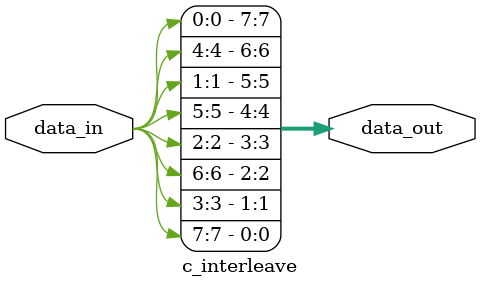
<source format=v>
module c_interleave
  (data_in, data_out);
   parameter width = 8;
   parameter num_blocks = 2;
   localparam step = width / num_blocks;
   input [0:width-1] data_in;
   output [0:width-1] data_out;
   wire [0:width-1] data_out;
   generate
      genvar 	    i;
      for(i = 0; i < step; i = i + 1)
	begin:blocks
	   genvar j;
	   for(j = 0; j < num_blocks; j = j + 1)
	     begin:bits
		assign data_out[i*num_blocks+j] = data_in[i+j*step];
	     end
	end
   endgenerate
endmodule
</source>
